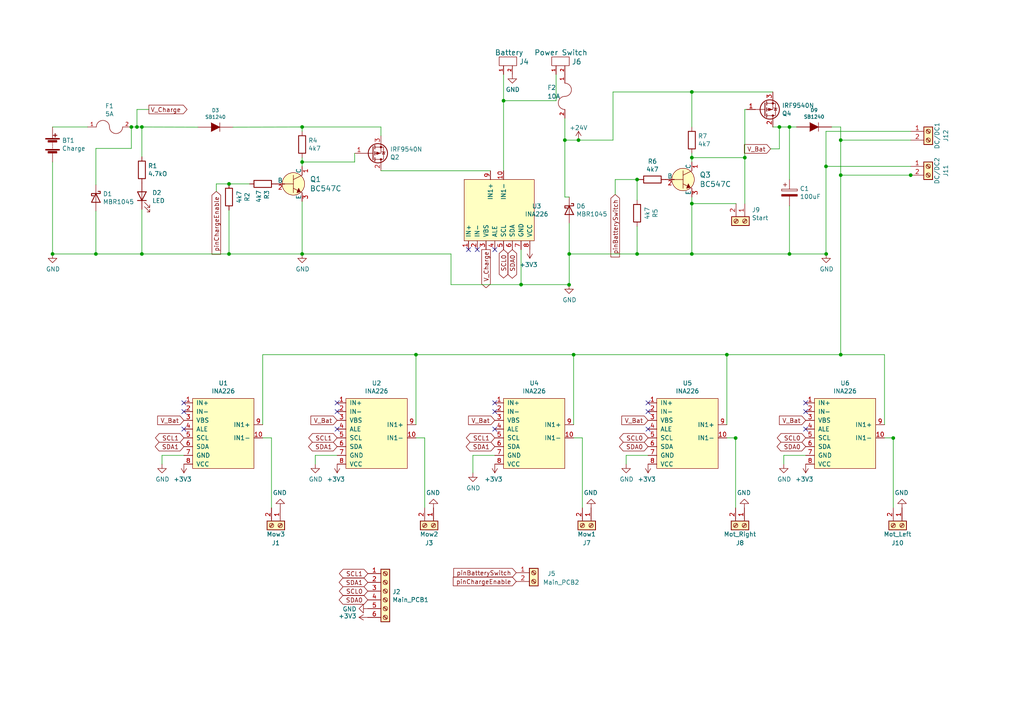
<source format=kicad_sch>
(kicad_sch (version 20211123) (generator eeschema)
  (paper "A4")
  (lib_symbols
    (symbol "Connector:Screw_Terminal_01x02" (pin_names (offset 1.016) hide)
      (property "Reference" "J" (at 0 2.54 0))
      (property "Value" "Screw_Terminal_01x02" (at 0 -5.08 0))
      (symbol "Screw_Terminal_01x02_1_1"
        (rectangle (start -1.27 1.27) (end 1.27 -3.81) (stroke (width 0.254)) (fill (type background)))
        (circle (center 0 -2.54) (radius 0.635) (stroke (width 0.1524)))
        (polyline (pts (xy -0.5334 -2.2098) (xy 0.3302 -3.048)) (stroke (width 0.1524)))
        (polyline (pts (xy -0.5334 0.3302) (xy 0.3302 -0.508)) (stroke (width 0.1524)))
        (polyline (pts (xy -0.3556 -2.032) (xy 0.508 -2.8702)) (stroke (width 0.1524)))
        (polyline (pts (xy -0.3556 0.508) (xy 0.508 -0.3302)) (stroke (width 0.1524)))
        (circle (center 0 0) (radius 0.635) (stroke (width 0.1524)))
        (pin passive line (at -5.08 0 0) (length 3.81) (name "Pin_1") (number "1"))
        (pin passive line (at -5.08 -2.54 0) (length 3.81) (name "Pin_2") (number "2"))
      )
    )
    (symbol "Connector:Screw_Terminal_01x06" (pin_names (offset 1.016) hide)
      (property "Reference" "J" (at 0 7.62 0))
      (property "Value" "Screw_Terminal_01x06" (at 0 -10.16 0))
      (symbol "Screw_Terminal_01x06_1_1"
        (rectangle (start -1.27 6.35) (end 1.27 -8.89) (stroke (width 0.254)) (fill (type background)))
        (circle (center 0 -7.62) (radius 0.635) (stroke (width 0.1524)))
        (circle (center 0 -5.08) (radius 0.635) (stroke (width 0.1524)))
        (circle (center 0 -2.54) (radius 0.635) (stroke (width 0.1524)))
        (polyline (pts (xy -0.5334 -7.2898) (xy 0.3302 -8.128)) (stroke (width 0.1524)))
        (polyline (pts (xy -0.5334 -4.7498) (xy 0.3302 -5.588)) (stroke (width 0.1524)))
        (polyline (pts (xy -0.5334 -2.2098) (xy 0.3302 -3.048)) (stroke (width 0.1524)))
        (polyline (pts (xy -0.5334 0.3302) (xy 0.3302 -0.508)) (stroke (width 0.1524)))
        (polyline (pts (xy -0.5334 2.8702) (xy 0.3302 2.032)) (stroke (width 0.1524)))
        (polyline (pts (xy -0.5334 5.4102) (xy 0.3302 4.572)) (stroke (width 0.1524)))
        (polyline (pts (xy -0.3556 -7.112) (xy 0.508 -7.9502)) (stroke (width 0.1524)))
        (polyline (pts (xy -0.3556 -4.572) (xy 0.508 -5.4102)) (stroke (width 0.1524)))
        (polyline (pts (xy -0.3556 -2.032) (xy 0.508 -2.8702)) (stroke (width 0.1524)))
        (polyline (pts (xy -0.3556 0.508) (xy 0.508 -0.3302)) (stroke (width 0.1524)))
        (polyline (pts (xy -0.3556 3.048) (xy 0.508 2.2098)) (stroke (width 0.1524)))
        (polyline (pts (xy -0.3556 5.588) (xy 0.508 4.7498)) (stroke (width 0.1524)))
        (circle (center 0 0) (radius 0.635) (stroke (width 0.1524)))
        (circle (center 0 2.54) (radius 0.635) (stroke (width 0.1524)))
        (circle (center 0 5.08) (radius 0.635) (stroke (width 0.1524)))
        (pin passive line (at -5.08 5.08 0) (length 3.81) (name "Pin_1") (number "1"))
        (pin passive line (at -5.08 2.54 0) (length 3.81) (name "Pin_2") (number "2"))
        (pin passive line (at -5.08 0 0) (length 3.81) (name "Pin_3") (number "3"))
        (pin passive line (at -5.08 -2.54 0) (length 3.81) (name "Pin_4") (number "4"))
        (pin passive line (at -5.08 -5.08 0) (length 3.81) (name "Pin_5") (number "5"))
        (pin passive line (at -5.08 -7.62 0) (length 3.81) (name "Pin_6") (number "6"))
      )
    )
    (symbol "Device:Battery" (pin_numbers hide) (pin_names (offset 0) hide)
      (property "Reference" "BT" (at 2.54 2.54 0))
      (property "Value" "Battery" (at 2.54 0 0))
      (symbol "Battery_0_1"
        (rectangle (start -2.032 -1.397) (end 2.032 -1.651) (fill (type outline)))
        (rectangle (start -2.032 1.778) (end 2.032 1.524) (fill (type outline)))
        (rectangle (start -1.3208 -1.9812) (end 1.27 -2.4892) (fill (type outline)))
        (rectangle (start -1.3208 1.1938) (end 1.27 0.6858) (fill (type outline)))
        (polyline (pts (xy 0 -1.524) (xy 0 -1.27)))
        (polyline (pts (xy 0 -1.016) (xy 0 -0.762)))
        (polyline (pts (xy 0 -0.508) (xy 0 -0.254)))
        (polyline (pts (xy 0 0) (xy 0 0.254)))
        (polyline (pts (xy 0 0.508) (xy 0 0.762)))
        (polyline (pts (xy 0 1.778) (xy 0 2.54)))
        (polyline (pts (xy 0.254 2.667) (xy 1.27 2.667)) (stroke (width 0.254)))
        (polyline (pts (xy 0.762 3.175) (xy 0.762 2.159)) (stroke (width 0.254)))
      )
      (symbol "Battery_1_1"
        (pin passive line (at 0 5.08 270) (length 2.54) (name "+") (number "1"))
        (pin passive line (at 0 -5.08 90) (length 2.54) (name "-") (number "2"))
      )
    )
    (symbol "Device:CP" (pin_numbers hide) (pin_names (offset 0.254))
      (property "Reference" "C" (at 0.635 2.54 0))
      (property "Value" "CP" (at 0.635 -2.54 0))
      (symbol "CP_0_1"
        (rectangle (start -2.286 0.508) (end 2.286 1.016))
        (polyline (pts (xy -1.778 2.286) (xy -0.762 2.286)))
        (polyline (pts (xy -1.27 2.794) (xy -1.27 1.778)))
        (rectangle (start 2.286 -0.508) (end -2.286 -1.016) (fill (type outline)))
      )
      (symbol "CP_1_1"
        (pin passive line (at 0 3.81 270) (length 2.794) (name "~") (number "1"))
        (pin passive line (at 0 -3.81 90) (length 2.794) (name "~") (number "2"))
      )
    )
    (symbol "Device:LED" (pin_numbers hide) (pin_names (offset 1.016) hide)
      (property "Reference" "D" (at 0 2.54 0))
      (property "Value" "LED" (at 0 -2.54 0))
      (symbol "LED_0_1"
        (polyline (pts (xy -1.27 -1.27) (xy -1.27 1.27)) (stroke (width 0.254)))
        (polyline (pts (xy -1.27 0) (xy 1.27 0)))
        (polyline (pts (xy 1.27 -1.27) (xy 1.27 1.27) (xy -1.27 0) (xy 1.27 -1.27)) (stroke (width 0.254)))
        (polyline (pts (xy -3.048 -0.762) (xy -4.572 -2.286) (xy -3.81 -2.286) (xy -4.572 -2.286) (xy -4.572 -1.524)))
        (polyline (pts (xy -1.778 -0.762) (xy -3.302 -2.286) (xy -2.54 -2.286) (xy -3.302 -2.286) (xy -3.302 -1.524)))
      )
      (symbol "LED_1_1"
        (pin passive line (at -3.81 0 0) (length 2.54) (name "K") (number "1"))
        (pin passive line (at 3.81 0 180) (length 2.54) (name "A") (number "2"))
      )
    )
    (symbol "Device:R" (pin_numbers hide) (pin_names (offset 0))
      (property "Reference" "R" (at 2.032 0 90))
      (property "Value" "R" (at 0 0 90))
      (symbol "R_0_1"
        (rectangle (start -1.016 -2.54) (end 1.016 2.54) (stroke (width 0.254)))
      )
      (symbol "R_1_1"
        (pin passive line (at 0 3.81 270) (length 1.27) (name "~") (number "1"))
        (pin passive line (at 0 -3.81 90) (length 1.27) (name "~") (number "2"))
      )
    )
    (symbol "Diode:MBR745" (pin_numbers hide) (pin_names (offset 1.016) hide)
      (property "Reference" "D" (at 0 2.54 0))
      (property "Value" "MBR745" (at 0 -2.54 0))
      (symbol "MBR745_0_1"
        (polyline (pts (xy 1.27 0) (xy -1.27 0)))
        (polyline (pts (xy 1.27 1.27) (xy 1.27 -1.27) (xy -1.27 0) (xy 1.27 1.27)) (stroke (width 0.254)))
        (polyline (pts (xy -1.905 0.635) (xy -1.905 1.27) (xy -1.27 1.27) (xy -1.27 -1.27) (xy -0.635 -1.27) (xy -0.635 -0.635)) (stroke (width 0.254)))
      )
      (symbol "MBR745_1_1"
        (pin passive line (at -3.81 0 0) (length 2.54) (name "K") (number "1"))
        (pin passive line (at 3.81 0 180) (length 2.54) (name "A") (number "2"))
      )
    )
    (symbol "Mechanical:MountingHole_Pad" (pin_numbers hide) (pin_names (offset 1.016) hide)
      (property "Reference" "H" (at 0 6.35 0))
      (property "Value" "MountingHole_Pad" (at 0 4.445 0))
      (symbol "MountingHole_Pad_0_1"
        (circle (center 0 1.27) (radius 1.27) (stroke (width 1.27)))
      )
      (symbol "MountingHole_Pad_1_1"
        (pin input line (at 0 -2.54 90) (length 2.54) (name "1") (number "1"))
      )
    )
    (symbol "Transistor_FET:IRF9540N" (pin_names hide)
      (property "Reference" "Q" (at 5.08 1.905 0))
      (property "Value" "IRF9540N" (at 5.08 0 0))
      (symbol "IRF9540N_0_1"
        (polyline (pts (xy 0.254 0) (xy -2.54 0)))
        (polyline (pts (xy 0.254 1.905) (xy 0.254 -1.905)) (stroke (width 0.254)))
        (polyline (pts (xy 0.762 -1.27) (xy 0.762 -2.286)) (stroke (width 0.254)))
        (polyline (pts (xy 0.762 0.508) (xy 0.762 -0.508)) (stroke (width 0.254)))
        (polyline (pts (xy 0.762 2.286) (xy 0.762 1.27)) (stroke (width 0.254)))
        (polyline (pts (xy 2.54 2.54) (xy 2.54 1.778)))
        (polyline (pts (xy 2.54 -2.54) (xy 2.54 0) (xy 0.762 0)))
        (polyline (pts (xy 0.762 1.778) (xy 3.302 1.778) (xy 3.302 -1.778) (xy 0.762 -1.778)))
        (polyline (pts (xy 2.286 0) (xy 1.27 0.381) (xy 1.27 -0.381) (xy 2.286 0)) (fill (type outline)))
        (polyline (pts (xy 2.794 -0.508) (xy 2.921 -0.381) (xy 3.683 -0.381) (xy 3.81 -0.254)))
        (polyline (pts (xy 3.302 -0.381) (xy 2.921 0.254) (xy 3.683 0.254) (xy 3.302 -0.381)))
        (circle (center 1.651 0) (radius 2.794) (stroke (width 0.254)))
        (circle (center 2.54 -1.778) (radius 0.254) (fill (type outline)))
        (circle (center 2.54 1.778) (radius 0.254) (fill (type outline)))
      )
      (symbol "IRF9540N_1_1"
        (pin input line (at -5.08 0 0) (length 2.54) (name "G") (number "1"))
        (pin passive line (at 2.54 5.08 270) (length 2.54) (name "D") (number "2"))
        (pin passive line (at 2.54 -5.08 90) (length 2.54) (name "S") (number "3"))
      )
    )
    (symbol "charge_pcb-rescue:BC548BTA-dk_Transistors-Bipolar-BJT-Single-charge_pcb-rescue" (pin_names (offset 0))
      (property "Reference" "Q" (at -3.2004 4.2164 0))
      (property "Value" "BC548BTA-dk_Transistors-Bipolar-BJT-Single-charge_pcb-rescue" (at 5.2324 0 90))
      (symbol "BC548BTA-dk_Transistors-Bipolar-BJT-Single-charge_pcb-rescue_0_1"
        (polyline (pts (xy -3.81 0) (xy -2.54 0)))
        (polyline (pts (xy -3.556 0) (xy 0 0)))
        (polyline (pts (xy 0 -1.27) (xy 2.54 -2.54)))
        (polyline (pts (xy 0 1.27) (xy 2.54 2.54)))
        (polyline (pts (xy 0 2.54) (xy 0 -2.54)))
        (polyline (pts (xy 1.524 -1.27) (xy 2.032 -2.286) (xy 1.016 -2.54) (xy 1.524 -1.27)) (fill (type outline)))
        (circle (center 0 0) (radius 3.2512) (fill (type background)))
      )
      (symbol "BC548BTA-dk_Transistors-Bipolar-BJT-Single-charge_pcb-rescue_1_1"
        (pin passive line (at 2.54 5.08 270) (length 2.54) (name "C") (number "1"))
        (pin input line (at -5.08 0 0) (length 2.54) (name "B") (number "2"))
        (pin passive line (at 2.54 -5.08 90) (length 2.54) (name "E") (number "3"))
      )
    )
    (symbol "charge_pcb-rescue:DIODE-Lötpad_2,5mm-charge_pcb-rescue" (pin_numbers hide) (pin_names (offset 1.016) hide)
      (property "Reference" "D" (at 0 2.54 0))
      (property "Value" "DIODE-Lötpad_2,5mm-charge_pcb-rescue" (at 0 -2.54 0))
      (symbol "DIODE-Lötpad_2,5mm-charge_pcb-rescue_0_1"
        (polyline (pts (xy 1.27 1.27) (xy 1.27 -1.27)) (stroke (width 0.1524)))
        (polyline (pts (xy -1.27 1.27) (xy 1.27 0) (xy -1.27 -1.27)) (fill (type outline)))
      )
      (symbol "DIODE-Lötpad_2,5mm-charge_pcb-rescue_1_1"
        (pin passive line (at -5.08 0 0) (length 3.81) (name "A") (number "1"))
        (pin passive line (at 5.08 0 180) (length 3.81) (name "K") (number "2"))
      )
    )
    (symbol "charge_pcb-rescue:FUSE-Zimprich-charge_pcb-rescue" (pin_names (offset 0.254))
      (property "Reference" "F" (at 2.54 1.27 0))
      (property "Value" "FUSE-Zimprich-charge_pcb-rescue" (at -2.54 -1.27 0))
      (symbol "FUSE-Zimprich-charge_pcb-rescue_0_1"
        (arc (start 0 0) (mid -1.905 1.905) (end -3.81 0))
        (arc (start 0 0) (mid 1.905 -1.905) (end 3.81 0))
      )
      (symbol "FUSE-Zimprich-charge_pcb-rescue_1_1"
        (pin input line (at -6.35 0 0) (length 2.54) (name "~") (number "1"))
        (pin input line (at 6.35 0 180) (length 2.54) (name "~") (number "2"))
      )
    )
    (symbol "charge_pcb-rescue:GND-Lötpad_2,5mm-charge_pcb-rescue" (power) (pin_names (offset 0))
      (property "Value" "GND-Lötpad_2,5mm-charge_pcb-rescue" (at 0 -3.81 0))
      (symbol "GND-Lötpad_2,5mm-charge_pcb-rescue_0_1"
        (polyline (pts (xy 0 0) (xy 0 -1.27) (xy 1.27 -1.27) (xy 0 -2.54) (xy -1.27 -1.27) (xy 0 -1.27)))
      )
      (symbol "GND-Lötpad_2,5mm-charge_pcb-rescue_1_1"
        (pin power_in line (at 0 0 270) (length 0) hide (name "GND") (number "1"))
      )
    )
    (symbol "charge_pcb-rescue:HEADER_2-Zimprich-charge_pcb-rescue" (pin_names (offset 0))
      (property "Reference" "J" (at 0 3.81 0))
      (property "Value" "HEADER_2-Zimprich-charge_pcb-rescue" (at 0 -3.81 0))
      (symbol "HEADER_2-Zimprich-charge_pcb-rescue_0_1"
        (rectangle (start 2.54 2.54) (end 0 -2.54))
      )
      (symbol "HEADER_2-Zimprich-charge_pcb-rescue_1_1"
        (pin passive line (at -2.54 1.27 0) (length 2.54) (name "~") (number "1"))
        (pin passive line (at -2.54 -1.27 0) (length 2.54) (name "~") (number "2"))
      )
    )
    (symbol "charge_pcb-rescue:INA226-Sense_I2C" (pin_names (offset 1.016))
      (property "Reference" "U" (at 0 11.43 0))
      (property "Value" "INA226-Sense_I2C" (at 3.81 -6.35 0))
      (symbol "INA226-Sense_I2C_0_1"
        (rectangle (start 8.89 -10.16) (end -8.89 10.16) (fill (type background)))
      )
      (symbol "INA226-Sense_I2C_1_1"
        (pin input line (at -11.43 8.89 0) (length 2.54) (name "IN+") (number "1"))
        (pin input line (at 11.43 -1.27 180) (length 2.54) (name "IN1-") (number "10"))
        (pin input line (at -11.43 6.35 0) (length 2.54) (name "IN-") (number "2"))
        (pin input line (at -11.43 3.81 0) (length 2.54) (name "VBS") (number "3"))
        (pin input line (at -11.43 1.27 0) (length 2.54) (name "ALE") (number "4"))
        (pin bidirectional line (at -11.43 -1.27 0) (length 2.54) (name "SCL") (number "5"))
        (pin bidirectional line (at -11.43 -3.81 0) (length 2.54) (name "SDA") (number "6"))
        (pin input line (at -11.43 -6.35 0) (length 2.54) (name "GND") (number "7"))
        (pin input line (at -11.43 -8.89 0) (length 2.54) (name "VCC") (number "8"))
        (pin input line (at 11.43 2.54 180) (length 2.54) (name "IN1+") (number "9"))
      )
    )
    (symbol "power:+24V" (power) (pin_names (offset 0))
      (property "Value" "+24V" (at 0 3.556 0))
      (symbol "+24V_0_1"
        (polyline (pts (xy -0.762 1.27) (xy 0 2.54)))
        (polyline (pts (xy 0 0) (xy 0 2.54)))
        (polyline (pts (xy 0 2.54) (xy 0.762 1.27)))
      )
      (symbol "+24V_1_1"
        (pin power_in line (at 0 0 90) (length 0) hide (name "+24V") (number "1"))
      )
    )
    (symbol "power:+3.3V" (power) (pin_names (offset 0))
      (property "Value" "+3.3V" (at 0 3.556 0))
      (symbol "+3.3V_0_1"
        (polyline (pts (xy -0.762 1.27) (xy 0 2.54)))
        (polyline (pts (xy 0 0) (xy 0 2.54)))
        (polyline (pts (xy 0 2.54) (xy 0.762 1.27)))
      )
      (symbol "+3.3V_1_1"
        (pin power_in line (at 0 0 90) (length 0) hide (name "+3V3") (number "1"))
      )
    )
    (symbol "power:+3V3" (power) (pin_names (offset 0))
      (property "Value" "+3V3" (at 0 3.556 0))
      (symbol "+3V3_0_1"
        (polyline (pts (xy -0.762 1.27) (xy 0 2.54)))
        (polyline (pts (xy 0 0) (xy 0 2.54)))
        (polyline (pts (xy 0 2.54) (xy 0.762 1.27)))
      )
      (symbol "+3V3_1_1"
        (pin power_in line (at 0 0 90) (length 0) hide (name "+3V3") (number "1"))
      )
    )
    (symbol "power:GND" (power) (pin_names (offset 0))
      (property "Value" "GND" (at 0 -3.81 0))
      (symbol "GND_0_1"
        (polyline (pts (xy 0 0) (xy 0 -1.27) (xy 1.27 -1.27) (xy 0 -2.54) (xy -1.27 -1.27) (xy 0 -1.27)))
      )
      (symbol "GND_1_1"
        (pin power_in line (at 0 0 270) (length 0) hide (name "GND") (number "1"))
      )
    )
  )
  (junction (at 15.24 73.66))
  (junction (at 27.813 73.66))
  (junction (at 41.148 36.83))
  (junction (at 213.36 127.0508))
  (junction (at 146.05 29.21))
  (junction (at 41.148 73.66))
  (junction (at 210.82 102.87))
  (junction (at 66.421 73.66))
  (junction (at 38.1 36.83))
  (junction (at 200.66 45.72))
  (junction (at 200.66 26.67))
  (junction (at 165.1 73.66))
  (junction (at 39.7256 36.83))
  (junction (at 87.63 73.66))
  (junction (at 228.981 36.83))
  (junction (at 165.0492 82.6008))
  (junction (at 226.06 36.83))
  (junction (at 166.37 102.87))
  (junction (at 264.1346 50.8))
  (junction (at 239.6236 73.66))
  (junction (at 87.63 46.99))
  (junction (at 239.5728 48.26))
  (junction (at 120.65 102.87))
  (junction (at 243.84 40.64))
  (junction (at 66.421 53.34))
  (junction (at 87.63 36.83))
  (junction (at 259.08 127.0508))
  (junction (at 228.981 73.66))
  (junction (at 243.84 50.8))
  (junction (at 163.83 40.64))
  (junction (at 167.7924 40.64))
  (junction (at 200.66 59.055))
  (junction (at 184.785 52.07))
  (junction (at 216.027 45.72))
  (junction (at 151.13 82.55))
  (junction (at 243.84 102.87))
  (junction (at 200.66 73.66))
  (junction (at 184.785 73.66))
  (no_connect (at 187.96 119.38))
  (no_connect (at 233.68 124.46))
  (no_connect (at 97.79 124.46))
  (no_connect (at 53.34 119.38))
  (no_connect (at 53.34 124.46))
  (no_connect (at 187.96 124.46))
  (no_connect (at 138.43 72.39))
  (no_connect (at 135.89 72.39))
  (no_connect (at 233.68 119.38))
  (no_connect (at 143.51 72.39))
  (no_connect (at 187.96 116.84))
  (no_connect (at 143.51 119.38))
  (no_connect (at 97.79 119.38))
  (no_connect (at 143.51 116.84))
  (no_connect (at 233.68 116.84))
  (no_connect (at 97.79 116.84))
  (no_connect (at 53.34 116.84))
  (no_connect (at 143.51 124.46))
  (wire (pts (xy 87.63 73.66) (xy 130.81 73.66)))
  (wire (pts (xy 66.421 53.34) (xy 72.39 53.34)))
  (wire (pts (xy 66.421 60.96) (xy 66.421 73.66)))
  (wire (pts (xy 87.63 46.99) (xy 87.63 48.26)))
  (wire (pts (xy 210.82 127) (xy 213.36 127)))
  (wire (pts (xy 66.421 73.66) (xy 87.63 73.66)))
  (wire (pts (xy 184.785 52.07) (xy 178.435 52.07)))
  (wire (pts (xy 200.66 73.66) (xy 228.981 73.66)))
  (wire (pts (xy 38.1 36.83) (xy 38.1 43.053)))
  (wire (pts (xy 97.79 132.08) (xy 91.44 132.08)))
  (wire (pts (xy 130.81 82.55) (xy 151.13 82.55)))
  (wire (pts (xy 264.16 50.8) (xy 264.1346 50.8)))
  (wire (pts (xy 163.83 40.64) (xy 167.7924 40.64)))
  (wire (pts (xy 39.7256 36.83) (xy 38.1 36.83)))
  (wire (pts (xy 213.36 127.0508) (xy 213.36 147.32)))
  (wire (pts (xy 163.83 40.64) (xy 163.83 57.15)))
  (wire (pts (xy 166.37 102.87) (xy 210.82 102.87)))
  (wire (pts (xy 264.1346 48.26) (xy 239.5728 48.26)))
  (wire (pts (xy 177.8 26.67) (xy 177.8 40.64)))
  (wire (pts (xy 41.148 73.66) (xy 66.421 73.66)))
  (wire (pts (xy 87.63 36.83) (xy 110.49 36.83)))
  (wire (pts (xy 216.535 31.75) (xy 216.027 31.75)))
  (wire (pts (xy 184.785 65.659) (xy 184.785 73.66)))
  (wire (pts (xy 53.34 132.08) (xy 46.99 132.08)))
  (wire (pts (xy 200.66 26.67) (xy 200.66 36.83)))
  (wire (pts (xy 166.37 123.19) (xy 166.37 102.87)))
  (wire (pts (xy 200.66 57.15) (xy 200.66 59.055)))
  (wire (pts (xy 161.29 21.59) (xy 161.29 29.21)))
  (wire (pts (xy 76.2 123.19) (xy 76.2 102.87)))
  (wire (pts (xy 43.18 31.75) (xy 39.7256 31.75)))
  (wire (pts (xy 87.63 46.99) (xy 102.87 46.99)))
  (wire (pts (xy 62.738 53.34) (xy 62.738 55.499)))
  (wire (pts (xy 41.148 60.706) (xy 41.148 73.66)))
  (wire (pts (xy 228.981 36.83) (xy 231.0384 36.83)))
  (wire (pts (xy 91.44 132.08) (xy 91.44 134.62)))
  (wire (pts (xy 200.66 44.45) (xy 200.66 45.72)))
  (wire (pts (xy 228.981 73.66) (xy 239.5728 73.66)))
  (wire (pts (xy 167.7924 40.64) (xy 177.8 40.64)))
  (wire (pts (xy 168.91 127) (xy 168.91 147.32)))
  (wire (pts (xy 200.66 45.72) (xy 216.027 45.72)))
  (wire (pts (xy 165.1 73.66) (xy 165.1 64.77)))
  (wire (pts (xy 137.16 132.08) (xy 137.16 137.16)))
  (wire (pts (xy 243.84 40.64) (xy 243.84 50.8)))
  (wire (pts (xy 151.13 72.39) (xy 151.13 82.55)))
  (wire (pts (xy 243.84 50.8) (xy 243.84 102.87)))
  (wire (pts (xy 187.96 132.08) (xy 181.61 132.08)))
  (wire (pts (xy 213.36 127) (xy 213.36 127.0508)))
  (wire (pts (xy 181.61 132.08) (xy 181.61 134.62)))
  (wire (pts (xy 15.24 36.83) (xy 25.4 36.83)))
  (wire (pts (xy 143.51 132.08) (xy 137.16 132.08)))
  (wire (pts (xy 200.66 45.72) (xy 200.66 46.99)))
  (wire (pts (xy 110.49 49.53) (xy 142.24 49.53)))
  (wire (pts (xy 165.1 73.66) (xy 184.785 73.66)))
  (wire (pts (xy 228.981 59.69) (xy 228.981 73.66)))
  (wire (pts (xy 216.027 45.72) (xy 216.027 59.055)))
  (wire (pts (xy 76.2 127) (xy 78.74 127)))
  (wire (pts (xy 87.63 45.72) (xy 87.63 46.99)))
  (wire (pts (xy 200.66 59.055) (xy 200.66 73.66)))
  (wire (pts (xy 110.49 36.83) (xy 110.49 39.37)))
  (wire (pts (xy 78.74 127) (xy 78.74 147.32)))
  (wire (pts (xy 259.08 127) (xy 259.08 127.0508)))
  (wire (pts (xy 216.027 31.75) (xy 216.027 45.72)))
  (wire (pts (xy 184.785 58.039) (xy 184.785 52.07)))
  (wire (pts (xy 120.65 102.87) (xy 166.37 102.87)))
  (wire (pts (xy 123.19 127) (xy 123.19 147.32)))
  (wire (pts (xy 228.981 52.07) (xy 228.981 36.83)))
  (wire (pts (xy 264.16 38.1) (xy 239.5728 38.1)))
  (wire (pts (xy 163.83 34.29) (xy 163.83 40.64)))
  (wire (pts (xy 256.54 102.87) (xy 256.54 123.19)))
  (wire (pts (xy 210.82 123.19) (xy 210.82 102.87)))
  (wire (pts (xy 200.66 26.67) (xy 224.155 26.67)))
  (wire (pts (xy 259.08 127.0508) (xy 259.08 147.32)))
  (wire (pts (xy 233.68 132.08) (xy 227.33 132.08)))
  (wire (pts (xy 184.785 73.66) (xy 200.66 73.66)))
  (wire (pts (xy 256.54 127) (xy 259.08 127)))
  (wire (pts (xy 41.148 45.466) (xy 41.148 36.83)))
  (wire (pts (xy 239.5728 48.26) (xy 239.5728 73.66)))
  (wire (pts (xy 243.84 102.87) (xy 256.54 102.87)))
  (wire (pts (xy 146.05 29.21) (xy 146.05 49.53)))
  (wire (pts (xy 226.06 43.18) (xy 226.06 36.83)))
  (wire (pts (xy 224.155 36.83) (xy 226.06 36.83)))
  (wire (pts (xy 27.813 61.214) (xy 27.813 73.66)))
  (wire (pts (xy 39.7256 36.83) (xy 41.148 36.83)))
  (wire (pts (xy 120.65 127) (xy 123.19 127)))
  (wire (pts (xy 166.37 127) (xy 168.91 127)))
  (wire (pts (xy 130.81 73.66) (xy 130.81 82.55)))
  (wire (pts (xy 213.487 59.055) (xy 200.66 59.055)))
  (wire (pts (xy 66.421 53.34) (xy 62.738 53.34)))
  (wire (pts (xy 151.13 82.55) (xy 165.1 82.55)))
  (wire (pts (xy 226.06 36.83) (xy 228.981 36.83)))
  (wire (pts (xy 177.8 26.67) (xy 200.66 26.67)))
  (wire (pts (xy 27.813 43.053) (xy 27.813 53.594)))
  (wire (pts (xy 38.1 43.053) (xy 27.813 43.053)))
  (wire (pts (xy 239.5728 38.1) (xy 239.5728 48.26)))
  (wire (pts (xy 87.63 73.66) (xy 87.63 58.42)))
  (wire (pts (xy 227.33 132.08) (xy 227.33 134.62)))
  (wire (pts (xy 146.05 21.59) (xy 146.05 29.21)))
  (wire (pts (xy 264.1346 50.8) (xy 243.84 50.8)))
  (wire (pts (xy 76.2 102.87) (xy 120.65 102.87)))
  (wire (pts (xy 120.65 123.19) (xy 120.65 102.87)))
  (wire (pts (xy 46.99 132.08) (xy 46.99 134.62)))
  (wire (pts (xy 185.42 52.07) (xy 184.785 52.07)))
  (wire (pts (xy 15.24 73.66) (xy 15.24 46.99)))
  (wire (pts (xy 67.564 36.8808) (xy 87.63 36.83)))
  (wire (pts (xy 161.29 29.21) (xy 146.05 29.21)))
  (wire (pts (xy 39.7256 31.75) (xy 39.7256 36.83)))
  (wire (pts (xy 223.52 43.18) (xy 226.06 43.18)))
  (wire (pts (xy 178.435 52.07) (xy 178.435 56.388)))
  (wire (pts (xy 241.1984 36.83) (xy 243.84 36.83)))
  (wire (pts (xy 243.84 36.83) (xy 243.84 40.64)))
  (wire (pts (xy 15.24 73.66) (xy 27.813 73.66)))
  (wire (pts (xy 102.87 46.99) (xy 102.87 44.45)))
  (wire (pts (xy 87.63 36.83) (xy 87.63 38.1)))
  (wire (pts (xy 243.84 102.87) (xy 210.82 102.87)))
  (wire (pts (xy 163.83 57.15) (xy 165.1 57.15)))
  (wire (pts (xy 27.813 73.66) (xy 41.148 73.66)))
  (wire (pts (xy 41.148 36.83) (xy 57.404 36.8808)))
  (wire (pts (xy 165.1 82.55) (xy 165.1 73.66)))
  (wire (pts (xy 264.16 40.64) (xy 243.84 40.64)))
  (global_label "SDA1" (shape bidirectional) (at 53.34 129.54 180) (property "Intersheet References" "${INTERSHEET_REFS}" (effects hide)))
  (global_label "SDA1" (shape bidirectional) (at 106.68 168.91 180) (property "Intersheet References" "${INTERSHEET_REFS}" (effects hide)))
  (global_label "SCL1" (shape bidirectional) (at 143.51 127 180) (property "Intersheet References" "${INTERSHEET_REFS}" (effects hide)))
  (global_label "V_Bat" (shape input) (at 53.34 121.92 180) (property "Intersheet References" "${INTERSHEET_REFS}" (effects hide)))
  (global_label "V_Charge" (shape output) (at 43.18 31.75 0) (property "Intersheet References" "${INTERSHEET_REFS}" (effects hide)))
  (global_label "pinChargeEnable" (shape input) (at 149.733 168.656 180) (property "Intersheet References" "${INTERSHEET_REFS}" (effects hide)))
  (global_label "SDA0" (shape bidirectional) (at 106.68 173.99 180) (property "Intersheet References" "${INTERSHEET_REFS}" (effects hide)))
  (global_label "pinChargeEnable" (shape input) (at 62.738 55.499 270) (property "Intersheet References" "${INTERSHEET_REFS}" (effects hide)))
  (global_label "SDA1" (shape bidirectional) (at 143.51 129.54 180) (property "Intersheet References" "${INTERSHEET_REFS}" (effects hide)))
  (global_label "SCL0" (shape bidirectional) (at 106.68 171.45 180) (property "Intersheet References" "${INTERSHEET_REFS}" (effects hide)))
  (global_label "V_Charge" (shape output) (at 140.97 72.39 270) (property "Intersheet References" "${INTERSHEET_REFS}" (effects hide)))
  (global_label "SCL0" (shape bidirectional) (at 187.96 127 180) (property "Intersheet References" "${INTERSHEET_REFS}" (effects hide)))
  (global_label "SDA0" (shape bidirectional) (at 233.68 129.54 180) (property "Intersheet References" "${INTERSHEET_REFS}" (effects hide)))
  (global_label "V_Bat" (shape input) (at 143.51 121.92 180) (property "Intersheet References" "${INTERSHEET_REFS}" (effects hide)))
  (global_label "pinBatterySwitch" (shape input) (at 149.733 166.116 180) (property "Intersheet References" "${INTERSHEET_REFS}" (effects hide)))
  (global_label "SDA0" (shape bidirectional) (at 148.59 72.39 270) (property "Intersheet References" "${INTERSHEET_REFS}" (effects hide)))
  (global_label "SCL1" (shape bidirectional) (at 106.68 166.37 180) (property "Intersheet References" "${INTERSHEET_REFS}" (effects hide)))
  (global_label "SDA1" (shape bidirectional) (at 97.79 129.54 180) (property "Intersheet References" "${INTERSHEET_REFS}" (effects hide)))
  (global_label "V_Bat" (shape input) (at 223.52 43.18 180) (property "Intersheet References" "${INTERSHEET_REFS}" (effects hide)))
  (global_label "SCL1" (shape bidirectional) (at 97.79 127 180) (property "Intersheet References" "${INTERSHEET_REFS}" (effects hide)))
  (global_label "SDA0" (shape bidirectional) (at 187.96 129.54 180) (property "Intersheet References" "${INTERSHEET_REFS}" (effects hide)))
  (global_label "V_Bat" (shape input) (at 97.79 121.92 180) (property "Intersheet References" "${INTERSHEET_REFS}" (effects hide)))
  (global_label "pinBatterySwitch" (shape input) (at 178.435 56.388 270) (property "Intersheet References" "${INTERSHEET_REFS}" (effects hide)))
  (global_label "V_Bat" (shape input) (at 233.68 121.92 180) (property "Intersheet References" "${INTERSHEET_REFS}" (effects hide)))
  (global_label "SCL0" (shape bidirectional) (at 233.68 127 180) (property "Intersheet References" "${INTERSHEET_REFS}" (effects hide)))
  (global_label "SCL0" (shape bidirectional) (at 146.05 72.39 270) (property "Intersheet References" "${INTERSHEET_REFS}" (effects hide)))
  (global_label "SCL1" (shape bidirectional) (at 53.34 127 180) (property "Intersheet References" "${INTERSHEET_REFS}" (effects hide)))
  (global_label "V_Bat" (shape input) (at 187.96 121.92 180) (property "Intersheet References" "${INTERSHEET_REFS}" (effects hide)))
  (symbol (lib_id "Diode:MBR745") (at 27.813 57.404 270) (unit 1)
    (property "Reference" "D1" (at 29.845 56.2356 90) (effects (justify left)))
    (property "Value" "MBR1045" (at 29.845 58.547 90) (effects (justify left)))
    (property "Footprint" "Package_TO_SOT_THT:TO-220-2_Vertical" (effects hide))
    (property "Datasheet" "http://www.onsemi.com/pub_link/Collateral/MBR735-D.PDF" (effects hide))
  )
  (symbol (lib_id "Device:Battery") (at 15.24 41.91 0) (unit 1)
    (property "Reference" "BT1" (at 17.9832 40.7416 0) (effects (justify left)))
    (property "Value" "Charge" (at 17.9832 43.053 0) (effects (justify left)))
    (property "Footprint" "Zimprich:Anschlussklemme_2P_RM5,08" (effects hide))
  )
  (symbol (lib_id "charge_pcb-rescue:FUSE-Zimprich-charge_pcb-rescue") (at 31.75 36.83 0) (unit 1)
    (property "Reference" "F1" (at 31.75 30.734 0))
    (property "Value" "5A" (at 31.75 33.0454 0))
    (property "Footprint" "Zimprich:Fuseholder_Reichelt_PL112000" (effects hide))
  )
  (symbol (lib_id "charge_pcb-rescue:DIODE-Lötpad_2,5mm-charge_pcb-rescue") (at 62.484 36.8808 0) (unit 1)
    (property "Reference" "D3" (at 62.484 32.004 0) (effects (font (size 1.016 1.016))))
    (property "Value" "SB1240" (at 62.484 33.9344 0) (effects (font (size 1.016 1.016))))
    (property "Footprint" "Diode_THT:D_DO-41_SOD81_P10.16mm_Horizontal" (effects hide))
  )
  (symbol (lib_id "charge_pcb-rescue:BC548BTA-dk_Transistors-Bipolar-BJT-Single-charge_pcb-rescue") (at 85.09 53.34 0) (unit 1)
    (property "Reference" "Q1" (at 89.8652 51.9938 0) (effects (font (size 1.524 1.524)) (justify left)))
    (property "Value" "BC547C" (at 89.8652 54.6862 0) (effects (font (size 1.524 1.524)) (justify left)))
    (property "Footprint" "digikey-footprints:TO-92-3_Formed_Leads" (effects hide))
    (property "Datasheet" "https://media.digikey.com/pdf/Data%20Sheets/ON%20Semiconductor%20PDFs/BC546-50.pdf" (effects hide))
    (property "Digi-Key_PN" "BC548BTACT-ND" (effects hide))
    (property "MPN" "BC548BTA" (effects hide))
    (property "Category" "Discrete Semiconductor Products" (effects hide))
    (property "Family" "Transistors - Bipolar (BJT) - Single" (effects hide))
    (property "DK_Datasheet_Link" "https://media.digikey.com/pdf/Data%20Sheets/ON%20Semiconductor%20PDFs/BC546-50.pdf" (effects hide))
    (property "DK_Detail_Page" "/product-detail/en/on-semiconductor/BC548BTA/BC548BTACT-ND/4553029" (effects hide))
    (property "Description" "TRANS NPN 30V 0.1A TO-92" (effects hide))
    (property "Manufacturer" "ON Semiconductor" (effects hide))
    (property "Status" "Active" (effects hide))
  )
  (symbol (lib_id "Device:R") (at 87.63 41.91 0) (unit 1)
    (property "Reference" "R4" (at 89.408 40.7416 0) (effects (justify left)))
    (property "Value" "4k7" (at 89.408 43.053 0) (effects (justify left)))
    (property "Footprint" "Resistor_THT:R_Axial_DIN0207_L6.3mm_D2.5mm_P7.62mm_Horizontal" (effects hide))
  )
  (symbol (lib_id "Device:R") (at 76.2 53.34 270) (unit 1)
    (property "Reference" "R3" (at 77.3684 55.118 0) (effects (justify left)))
    (property "Value" "4k7" (at 75.057 55.118 0) (effects (justify left)))
    (property "Footprint" "Resistor_THT:R_Axial_DIN0207_L6.3mm_D2.5mm_P7.62mm_Horizontal" (effects hide))
  )
  (symbol (lib_id "charge_pcb-rescue:HEADER_2-Zimprich-charge_pcb-rescue") (at 162.56 19.05 90) (unit 1)
    (property "Reference" "J6" (at 165.8112 17.907 90) (effects (font (size 1.524 1.524)) (justify right)))
    (property "Value" "Power Switch" (at 154.94 15.24 90) (effects (font (size 1.524 1.524)) (justify right)))
    (property "Footprint" "TerminalBlock:TerminalBlock_bornier-2_P5.08mm" (effects hide))
  )
  (symbol (lib_id "charge_pcb-rescue:HEADER_2-Zimprich-charge_pcb-rescue") (at 147.32 19.05 90) (unit 1)
    (property "Reference" "J4" (at 150.5712 17.907 90) (effects (font (size 1.524 1.524)) (justify right)))
    (property "Value" "Battery" (at 143.51 15.24 90) (effects (font (size 1.524 1.524)) (justify right)))
    (property "Footprint" "TerminalBlock:TerminalBlock_bornier-2_P5.08mm" (effects hide))
  )
  (symbol (lib_id "Device:R") (at 41.148 49.276 0) (unit 1)
    (property "Reference" "R1" (at 42.926 48.1076 0) (effects (justify left)))
    (property "Value" "4.7kO" (at 42.926 50.419 0) (effects (justify left)))
    (property "Footprint" "Resistor_THT:R_Axial_DIN0207_L6.3mm_D2.5mm_P7.62mm_Horizontal" (effects hide))
  )
  (symbol (lib_id "charge_pcb-rescue:FUSE-Zimprich-charge_pcb-rescue") (at 163.83 27.94 270) (unit 1)
    (property "Reference" "F2" (at 158.75 25.4 90) (effects (justify left)))
    (property "Value" "10A" (at 158.75 27.94 90) (effects (justify left)))
    (property "Footprint" "Zimprich:Fuseholder_Reichelt_PL112000" (effects hide))
  )
  (symbol (lib_id "power:GND") (at 148.59 21.59 0) (unit 1)
    (property "Reference" "#PWR012" (effects hide))
    (property "Value" "GND" (at 148.717 25.9842 0))
  )
  (symbol (lib_id "power:GND") (at 87.63 73.66 0) (unit 1)
    (property "Reference" "#PWR04" (effects hide))
    (property "Value" "GND" (at 87.757 78.0542 0))
  )
  (symbol (lib_id "Diode:MBR745") (at 165.1 60.96 270) (unit 1)
    (property "Reference" "D6" (at 167.132 59.7916 90) (effects (justify left)))
    (property "Value" "MBR1045" (at 167.132 62.103 90) (effects (justify left)))
    (property "Footprint" "Package_TO_SOT_THT:TO-220-2_Vertical" (effects hide))
    (property "Datasheet" "http://www.onsemi.com/pub_link/Collateral/MBR735-D.PDF" (effects hide))
  )
  (symbol (lib_id "charge_pcb-rescue:BC548BTA-dk_Transistors-Bipolar-BJT-Single-charge_pcb-rescue") (at 198.12 52.07 0) (unit 1)
    (property "Reference" "Q3" (at 202.8952 50.7238 0) (effects (font (size 1.524 1.524)) (justify left)))
    (property "Value" "BC547C" (at 202.8952 53.4162 0) (effects (font (size 1.524 1.524)) (justify left)))
    (property "Footprint" "digikey-footprints:TO-92-3_Formed_Leads" (effects hide))
    (property "Datasheet" "https://media.digikey.com/pdf/Data%20Sheets/ON%20Semiconductor%20PDFs/BC546-50.pdf" (effects hide))
    (property "Digi-Key_PN" "BC548BTACT-ND" (effects hide))
    (property "MPN" "BC548BTA" (effects hide))
    (property "Category" "Discrete Semiconductor Products" (effects hide))
    (property "Family" "Transistors - Bipolar (BJT) - Single" (effects hide))
    (property "DK_Datasheet_Link" "https://media.digikey.com/pdf/Data%20Sheets/ON%20Semiconductor%20PDFs/BC546-50.pdf" (effects hide))
    (property "DK_Detail_Page" "/product-detail/en/on-semiconductor/BC548BTA/BC548BTACT-ND/4553029" (effects hide))
    (property "Description" "TRANS NPN 30V 0.1A TO-92" (effects hide))
    (property "Manufacturer" "ON Semiconductor" (effects hide))
    (property "Status" "Active" (effects hide))
  )
  (symbol (lib_id "Mechanical:MountingHole_Pad") (at 300.99 13.97 0) (unit 1)
    (property "Reference" "H1" (at 303.53 12.7254 0) (effects (justify left)))
    (property "Value" "MountingHole_Pad" (at 303.53 15.0368 0) (effects (justify left)))
    (property "Footprint" "MountingHole:MountingHole_3.2mm_M3_DIN965_Pad_TopBottom" (effects hide))
  )
  (symbol (lib_id "Device:LED") (at 41.148 56.896 90) (unit 1)
    (property "Reference" "D2" (at 44.1452 55.9054 90) (effects (justify right)))
    (property "Value" "LED" (at 44.1452 58.2168 90) (effects (justify right)))
    (property "Footprint" "LED_THT:LED_D1.8mm_W3.3mm_H2.4mm" (effects hide))
  )
  (symbol (lib_id "Device:R") (at 189.23 52.07 90) (unit 1)
    (property "Reference" "R6" (at 189.23 46.8122 90))
    (property "Value" "4k7" (at 189.23 49.1236 90))
    (property "Footprint" "Resistor_THT:R_Axial_DIN0207_L6.3mm_D2.5mm_P7.62mm_Horizontal" (effects hide))
  )
  (symbol (lib_id "Mechanical:MountingHole_Pad") (at 300.99 26.67 0) (unit 1)
    (property "Reference" "H2" (at 303.53 25.4254 0) (effects (justify left)))
    (property "Value" "MountingHole_Pad" (at 303.53 27.7368 0) (effects (justify left)))
    (property "Footprint" "MountingHole:MountingHole_3.2mm_M3_DIN965_Pad_TopBottom" (effects hide))
  )
  (symbol (lib_id "Mechanical:MountingHole_Pad") (at 300.99 39.37 0) (unit 1)
    (property "Reference" "H3" (at 303.53 38.1254 0) (effects (justify left)))
    (property "Value" "MountingHole_Pad" (at 303.53 40.4368 0) (effects (justify left)))
    (property "Footprint" "MountingHole:MountingHole_3.2mm_M3_DIN965_Pad_TopBottom" (effects hide))
  )
  (symbol (lib_id "Mechanical:MountingHole_Pad") (at 300.99 50.8 0) (unit 1)
    (property "Reference" "H4" (at 303.53 49.5554 0) (effects (justify left)))
    (property "Value" "MountingHole_Pad" (at 303.53 51.8668 0) (effects (justify left)))
    (property "Footprint" "MountingHole:MountingHole_3.2mm_M3_DIN965_Pad_TopBottom" (effects hide))
  )
  (symbol (lib_id "charge_pcb-rescue:GND-Lötpad_2,5mm-charge_pcb-rescue") (at 300.99 16.51 0) (unit 1)
    (property "Reference" "#PWR021" (effects hide))
    (property "Value" "GND" (at 301.117 21.1074 0) (effects (font (size 1.524 1.524))))
  )
  (symbol (lib_id "Device:R") (at 200.66 40.64 0) (unit 1)
    (property "Reference" "R7" (at 202.438 39.4716 0) (effects (justify left)))
    (property "Value" "4k7" (at 202.438 41.783 0) (effects (justify left)))
    (property "Footprint" "Resistor_THT:R_Axial_DIN0207_L6.3mm_D2.5mm_P7.62mm_Horizontal" (effects hide))
  )
  (symbol (lib_id "charge_pcb-rescue:GND-Lötpad_2,5mm-charge_pcb-rescue") (at 300.99 29.21 0) (unit 1)
    (property "Reference" "#PWR022" (effects hide))
    (property "Value" "GND" (at 301.117 33.8074 0) (effects (font (size 1.524 1.524))))
  )
  (symbol (lib_id "charge_pcb-rescue:GND-Lötpad_2,5mm-charge_pcb-rescue") (at 300.99 41.91 0) (unit 1)
    (property "Reference" "#PWR023" (effects hide))
    (property "Value" "GND" (at 301.117 46.5074 0) (effects (font (size 1.524 1.524))))
  )
  (symbol (lib_id "charge_pcb-rescue:GND-Lötpad_2,5mm-charge_pcb-rescue") (at 300.99 53.34 0) (unit 1)
    (property "Reference" "#PWR024" (effects hide))
    (property "Value" "GND" (at 301.117 57.9374 0) (effects (font (size 1.524 1.524))))
  )
  (symbol (lib_id "Device:CP") (at 228.981 55.88 0) (unit 1)
    (property "Reference" "C1" (at 231.9782 54.7116 0) (effects (justify left)))
    (property "Value" "100uF" (at 231.9782 57.023 0) (effects (justify left)))
    (property "Footprint" "Zimprich:Elko_vert_11.2x6.3mm_RM2.5" (effects hide))
  )
  (symbol (lib_id "Connector:Screw_Terminal_01x02") (at 154.813 166.116 0) (unit 1)
    (property "Reference" "J5" (at 158.75 166.37 0) (effects (justify left)))
    (property "Value" "Main_PCB2" (at 157.48 168.91 0) (effects (justify left)))
    (property "Footprint" "Connector_JST:JST_XH_B2B-XH-A_1x02_P2.50mm_Vertical" (effects hide))
  )
  (symbol (lib_id "charge_pcb-rescue:DIODE-Lötpad_2,5mm-charge_pcb-rescue") (at 236.1184 36.83 0) (unit 1)
    (property "Reference" "D9" (at 236.1184 31.9532 0) (effects (font (size 1.016 1.016))))
    (property "Value" "SB1240" (at 236.1184 33.8836 0) (effects (font (size 1.016 1.016))))
    (property "Footprint" "Diode_THT:D_DO-41_SOD81_P10.16mm_Horizontal" (effects hide))
  )
  (symbol (lib_id "Connector:Screw_Terminal_01x02") (at 216.027 64.135 270) (unit 1)
    (property "Reference" "J9" (at 218.059 60.8838 90) (effects (justify left)))
    (property "Value" "Start" (at 218.059 63.1952 90) (effects (justify left)))
    (property "Footprint" "Connector_JST:JST_XH_B2B-XH-A_1x02_P2.50mm_Vertical" (effects hide))
  )
  (symbol (lib_id "Device:R") (at 184.785 61.849 0) (unit 1)
    (property "Reference" "R5" (at 190.0428 61.849 90))
    (property "Value" "4k7" (at 187.7314 61.849 90))
    (property "Footprint" "Resistor_THT:R_Axial_DIN0207_L6.3mm_D2.5mm_P7.62mm_Horizontal" (effects hide))
  )
  (symbol (lib_id "Transistor_FET:IRF9540N") (at 221.615 31.75 0) (mirror x) (unit 1)
    (property "Reference" "Q4" (at 226.7966 32.9184 0) (effects (justify left)))
    (property "Value" "IRF9540N" (at 226.7966 30.607 0) (effects (justify left)))
    (property "Footprint" "Package_TO_SOT_THT:TO-220-3_Vertical" (effects hide))
    (property "Datasheet" "http://www.irf.com/product-info/datasheets/data/irf9540n.pdf" (effects hide))
  )
  (symbol (lib_id "Transistor_FET:IRF9540N") (at 107.95 44.45 0) (mirror x) (unit 1)
    (property "Reference" "Q2" (at 113.1316 45.6184 0) (effects (justify left)))
    (property "Value" "IRF9540N" (at 113.1316 43.307 0) (effects (justify left)))
    (property "Footprint" "Package_TO_SOT_THT:TO-220-3_Vertical" (effects hide))
    (property "Datasheet" "http://www.irf.com/product-info/datasheets/data/irf9540n.pdf" (effects hide))
  )
  (symbol (lib_id "Device:R") (at 66.421 57.15 0) (unit 1)
    (property "Reference" "R2" (at 71.6788 57.15 90))
    (property "Value" "4k7" (at 69.3674 57.15 90))
    (property "Footprint" "Resistor_THT:R_Axial_DIN0207_L6.3mm_D2.5mm_P7.62mm_Horizontal" (effects hide))
  )
  (symbol (lib_id "charge_pcb-rescue:INA226-Sense_I2C") (at 144.78 60.96 90) (unit 1)
    (property "Reference" "U3" (at 155.6512 59.7916 90))
    (property "Value" "INA226" (at 155.6512 62.103 90))
    (property "Footprint" "Current_sense:INA226" (effects hide))
  )
  (symbol (lib_id "power:+3.3V") (at 153.67 72.39 180) (unit 1)
    (property "Reference" "#PWR013" (effects hide))
    (property "Value" "+3.3V" (at 153.289 76.7842 0))
  )
  (symbol (lib_id "charge_pcb-rescue:INA226-Sense_I2C") (at 245.11 125.73 0) (unit 1)
    (property "Reference" "U6" (at 245.11 111.125 0))
    (property "Value" "INA226" (at 245.11 113.4364 0))
    (property "Footprint" "Current_sense:INA226" (effects hide))
  )
  (symbol (lib_id "Connector:Screw_Terminal_01x02") (at 261.62 152.4 270) (unit 1)
    (property "Reference" "J10" (at 260.35 157.48 90))
    (property "Value" "Mot_Left" (at 260.35 154.94 90))
    (property "Footprint" "TerminalBlock:TerminalBlock_bornier-2_P5.08mm" (effects hide))
  )
  (symbol (lib_id "power:GND") (at 261.62 147.32 180) (unit 1)
    (property "Reference" "#PWR020" (effects hide))
    (property "Value" "GND" (at 261.493 142.9258 0))
  )
  (symbol (lib_id "power:GND") (at 227.33 134.62 0) (unit 1)
    (property "Reference" "#PWR018" (effects hide))
    (property "Value" "GND" (at 227.457 139.0142 0))
  )
  (symbol (lib_id "power:+3.3V") (at 233.68 134.62 180) (unit 1)
    (property "Reference" "#PWR019" (effects hide))
    (property "Value" "+3.3V" (at 233.299 139.0142 0))
  )
  (symbol (lib_id "charge_pcb-rescue:INA226-Sense_I2C") (at 199.39 125.73 0) (unit 1)
    (property "Reference" "U5" (at 199.39 111.125 0))
    (property "Value" "INA226" (at 199.39 113.4364 0))
    (property "Footprint" "Current_sense:INA226" (effects hide))
  )
  (symbol (lib_id "Connector:Screw_Terminal_01x02") (at 215.9 152.4 270) (unit 1)
    (property "Reference" "J8" (at 214.63 157.48 90))
    (property "Value" "Mot_Right" (at 214.63 154.94 90))
    (property "Footprint" "TerminalBlock:TerminalBlock_bornier-2_P5.08mm" (effects hide))
  )
  (symbol (lib_id "power:GND") (at 215.9 147.32 180) (unit 1)
    (property "Reference" "#PWR017" (effects hide))
    (property "Value" "GND" (at 215.773 142.9258 0))
  )
  (symbol (lib_id "power:GND") (at 181.61 134.62 0) (unit 1)
    (property "Reference" "#PWR015" (effects hide))
    (property "Value" "GND" (at 181.737 139.0142 0))
  )
  (symbol (lib_id "power:+3.3V") (at 187.96 134.62 180) (unit 1)
    (property "Reference" "#PWR016" (effects hide))
    (property "Value" "+3.3V" (at 187.579 139.0142 0))
  )
  (symbol (lib_id "charge_pcb-rescue:INA226-Sense_I2C") (at 154.94 125.73 0) (unit 1)
    (property "Reference" "U4" (at 154.94 111.125 0))
    (property "Value" "INA226" (at 154.94 113.4364 0))
    (property "Footprint" "Current_sense:INA226" (effects hide))
  )
  (symbol (lib_id "Connector:Screw_Terminal_01x02") (at 171.45 152.4 270) (unit 1)
    (property "Reference" "J7" (at 170.18 157.48 90))
    (property "Value" "Mow1" (at 170.18 154.94 90))
    (property "Footprint" "TerminalBlock:TerminalBlock_bornier-2_P5.08mm" (effects hide))
  )
  (symbol (lib_id "power:GND") (at 171.45 147.32 180) (unit 1)
    (property "Reference" "#PWR014" (effects hide))
    (property "Value" "GND" (at 171.323 142.9258 0))
  )
  (symbol (lib_id "power:GND") (at 137.16 137.16 0) (unit 1)
    (property "Reference" "#PWR010" (effects hide))
    (property "Value" "GND" (at 137.287 141.5542 0))
  )
  (symbol (lib_id "power:+3.3V") (at 143.51 134.62 180) (unit 1)
    (property "Reference" "#PWR011" (effects hide))
    (property "Value" "+3.3V" (at 143.129 139.0142 0))
  )
  (symbol (lib_id "charge_pcb-rescue:INA226-Sense_I2C") (at 109.22 125.73 0) (unit 1)
    (property "Reference" "U2" (at 109.22 111.125 0))
    (property "Value" "INA226" (at 109.22 113.4364 0))
    (property "Footprint" "Current_sense:INA226" (effects hide))
  )
  (symbol (lib_id "Connector:Screw_Terminal_01x02") (at 125.73 152.4 270) (unit 1)
    (property "Reference" "J3" (at 124.46 157.48 90))
    (property "Value" "Mow2" (at 124.46 154.94 90))
    (property "Footprint" "TerminalBlock:TerminalBlock_bornier-2_P5.08mm" (effects hide))
  )
  (symbol (lib_id "power:GND") (at 125.73 147.32 180) (unit 1)
    (property "Reference" "#PWR09" (effects hide))
    (property "Value" "GND" (at 125.603 142.9258 0))
  )
  (symbol (lib_id "power:GND") (at 91.44 134.62 0) (unit 1)
    (property "Reference" "#PWR05" (effects hide))
    (property "Value" "GND" (at 91.567 139.0142 0))
  )
  (symbol (lib_id "power:+3.3V") (at 97.79 134.62 180) (unit 1)
    (property "Reference" "#PWR06" (effects hide))
    (property "Value" "+3.3V" (at 97.409 139.0142 0))
  )
  (symbol (lib_id "charge_pcb-rescue:INA226-Sense_I2C") (at 64.77 125.73 0) (unit 1)
    (property "Reference" "U1" (at 64.77 111.125 0))
    (property "Value" "INA226" (at 64.77 113.4364 0))
    (property "Footprint" "Current_sense:INA226" (effects hide))
  )
  (symbol (lib_id "Connector:Screw_Terminal_01x02") (at 81.28 152.4 270) (unit 1)
    (property "Reference" "J1" (at 80.01 157.48 90))
    (property "Value" "Mow3" (at 80.01 154.94 90))
    (property "Footprint" "TerminalBlock:TerminalBlock_bornier-2_P5.08mm" (effects hide))
  )
  (symbol (lib_id "power:GND") (at 81.28 147.32 180) (unit 1)
    (property "Reference" "#PWR03" (effects hide))
    (property "Value" "GND" (at 81.153 142.9258 0))
  )
  (symbol (lib_id "power:GND") (at 46.99 134.62 0) (unit 1)
    (property "Reference" "#PWR01" (effects hide))
    (property "Value" "GND" (at 47.117 139.0142 0))
  )
  (symbol (lib_id "power:+3.3V") (at 53.34 134.62 180) (unit 1)
    (property "Reference" "#PWR02" (effects hide))
    (property "Value" "+3.3V" (at 52.959 139.0142 0))
  )
  (symbol (lib_id "Connector:Screw_Terminal_01x06") (at 111.76 171.45 0) (unit 1)
    (property "Reference" "J2" (at 113.792 171.6532 0) (effects (justify left)))
    (property "Value" "Main_PCB1" (at 113.792 173.9646 0) (effects (justify left)))
    (property "Footprint" "Connector_JST:JST_XH_B6B-XH-A_1x06_P2.50mm_Vertical" (effects hide))
  )
  (symbol (lib_id "power:+3V3") (at 106.68 179.07 90) (unit 1)
    (property "Reference" "#PWR08" (effects hide))
    (property "Value" "+3V3" (at 103.4288 178.689 90) (effects (justify left)))
  )
  (symbol (lib_id "power:GND") (at 106.68 176.53 270) (unit 1)
    (property "Reference" "#PWR07" (effects hide))
    (property "Value" "GND" (at 103.4288 176.657 90) (effects (justify right)))
  )
  (symbol (lib_id "Connector:Screw_Terminal_01x02") (at 269.24 38.1 0) (unit 1)
    (property "Reference" "J12" (at 274.32 39.37 90))
    (property "Value" "DC/DC1" (at 271.78 39.37 90))
    (property "Footprint" "TerminalBlock:TerminalBlock_bornier-2_P5.08mm" (effects hide))
  )
  (symbol (lib_id "Connector:Screw_Terminal_01x02") (at 269.2146 48.26 0) (unit 1)
    (property "Reference" "J11" (at 274.2946 49.53 90))
    (property "Value" "DC/DC2" (at 271.7546 49.53 90))
    (property "Footprint" "TerminalBlock:TerminalBlock_bornier-2_P5.08mm" (effects hide))
  )
  (symbol (lib_id "power:GND") (at 15.24 73.66 0) (unit 1)
    (property "Reference" "#PWR0102" (effects hide))
    (property "Value" "GND" (at 15.367 78.0542 0))
  )
  (symbol (lib_id "power:+24V") (at 167.7924 40.64 0) (unit 1)
    (property "Reference" "#PWR025" (effects hide))
    (property "Value" "+24V" (at 167.7924 37.0642 0))
  )
  (symbol (lib_id "power:GND") (at 239.6236 73.66 0) (unit 1)
    (property "Reference" "#PWR0104" (effects hide))
    (property "Value" "GND" (at 239.7506 78.0542 0))
  )
  (symbol (lib_id "power:GND") (at 165.0492 82.6008 0) (unit 1)
    (property "Reference" "#PWR0101" (effects hide))
    (property "Value" "GND" (at 165.1762 86.995 0))
  )
)
</source>
